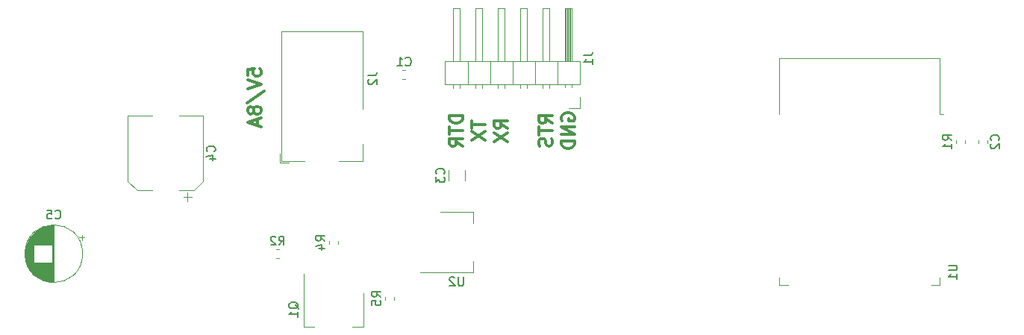
<source format=gbr>
G04 #@! TF.GenerationSoftware,KiCad,Pcbnew,5.1.6-1*
G04 #@! TF.CreationDate,2020-06-08T20:05:56+02:00*
G04 #@! TF.ProjectId,pentasquare,70656e74-6173-4717-9561-72652e6b6963,rev?*
G04 #@! TF.SameCoordinates,Original*
G04 #@! TF.FileFunction,Legend,Bot*
G04 #@! TF.FilePolarity,Positive*
%FSLAX46Y46*%
G04 Gerber Fmt 4.6, Leading zero omitted, Abs format (unit mm)*
G04 Created by KiCad (PCBNEW 5.1.6-1) date 2020-06-08 20:05:56*
%MOMM*%
%LPD*%
G01*
G04 APERTURE LIST*
%ADD10C,0.300000*%
%ADD11C,0.120000*%
%ADD12C,0.150000*%
G04 APERTURE END LIST*
D10*
X44898571Y-16621428D02*
X44898571Y-15907142D01*
X45612857Y-15835714D01*
X45541428Y-15907142D01*
X45470000Y-16050000D01*
X45470000Y-16407142D01*
X45541428Y-16550000D01*
X45612857Y-16621428D01*
X45755714Y-16692857D01*
X46112857Y-16692857D01*
X46255714Y-16621428D01*
X46327142Y-16550000D01*
X46398571Y-16407142D01*
X46398571Y-16050000D01*
X46327142Y-15907142D01*
X46255714Y-15835714D01*
X44898571Y-17121428D02*
X46398571Y-17621428D01*
X44898571Y-18121428D01*
X44827142Y-19692857D02*
X46755714Y-18407142D01*
X45541428Y-20407142D02*
X45470000Y-20264285D01*
X45398571Y-20192857D01*
X45255714Y-20121428D01*
X45184285Y-20121428D01*
X45041428Y-20192857D01*
X44970000Y-20264285D01*
X44898571Y-20407142D01*
X44898571Y-20692857D01*
X44970000Y-20835714D01*
X45041428Y-20907142D01*
X45184285Y-20978571D01*
X45255714Y-20978571D01*
X45398571Y-20907142D01*
X45470000Y-20835714D01*
X45541428Y-20692857D01*
X45541428Y-20407142D01*
X45612857Y-20264285D01*
X45684285Y-20192857D01*
X45827142Y-20121428D01*
X46112857Y-20121428D01*
X46255714Y-20192857D01*
X46327142Y-20264285D01*
X46398571Y-20407142D01*
X46398571Y-20692857D01*
X46327142Y-20835714D01*
X46255714Y-20907142D01*
X46112857Y-20978571D01*
X45827142Y-20978571D01*
X45684285Y-20907142D01*
X45612857Y-20835714D01*
X45541428Y-20692857D01*
X45970000Y-21550000D02*
X45970000Y-22264285D01*
X46398571Y-21407142D02*
X44898571Y-21907142D01*
X46398571Y-22407142D01*
X80530000Y-21717142D02*
X80458571Y-21574285D01*
X80458571Y-21360000D01*
X80530000Y-21145714D01*
X80672857Y-21002857D01*
X80815714Y-20931428D01*
X81101428Y-20860000D01*
X81315714Y-20860000D01*
X81601428Y-20931428D01*
X81744285Y-21002857D01*
X81887142Y-21145714D01*
X81958571Y-21360000D01*
X81958571Y-21502857D01*
X81887142Y-21717142D01*
X81815714Y-21788571D01*
X81315714Y-21788571D01*
X81315714Y-21502857D01*
X81958571Y-22431428D02*
X80458571Y-22431428D01*
X81958571Y-23288571D01*
X80458571Y-23288571D01*
X81958571Y-24002857D02*
X80458571Y-24002857D01*
X80458571Y-24360000D01*
X80530000Y-24574285D01*
X80672857Y-24717142D01*
X80815714Y-24788571D01*
X81101428Y-24860000D01*
X81315714Y-24860000D01*
X81601428Y-24788571D01*
X81744285Y-24717142D01*
X81887142Y-24574285D01*
X81958571Y-24360000D01*
X81958571Y-24002857D01*
X79418571Y-22038571D02*
X78704285Y-21538571D01*
X79418571Y-21181428D02*
X77918571Y-21181428D01*
X77918571Y-21752857D01*
X77990000Y-21895714D01*
X78061428Y-21967142D01*
X78204285Y-22038571D01*
X78418571Y-22038571D01*
X78561428Y-21967142D01*
X78632857Y-21895714D01*
X78704285Y-21752857D01*
X78704285Y-21181428D01*
X77918571Y-22467142D02*
X77918571Y-23324285D01*
X79418571Y-22895714D02*
X77918571Y-22895714D01*
X79347142Y-23752857D02*
X79418571Y-23967142D01*
X79418571Y-24324285D01*
X79347142Y-24467142D01*
X79275714Y-24538571D01*
X79132857Y-24610000D01*
X78990000Y-24610000D01*
X78847142Y-24538571D01*
X78775714Y-24467142D01*
X78704285Y-24324285D01*
X78632857Y-24038571D01*
X78561428Y-23895714D01*
X78490000Y-23824285D01*
X78347142Y-23752857D01*
X78204285Y-23752857D01*
X78061428Y-23824285D01*
X77990000Y-23895714D01*
X77918571Y-24038571D01*
X77918571Y-24395714D01*
X77990000Y-24610000D01*
X74338571Y-22610000D02*
X73624285Y-22110000D01*
X74338571Y-21752857D02*
X72838571Y-21752857D01*
X72838571Y-22324285D01*
X72910000Y-22467142D01*
X72981428Y-22538571D01*
X73124285Y-22610000D01*
X73338571Y-22610000D01*
X73481428Y-22538571D01*
X73552857Y-22467142D01*
X73624285Y-22324285D01*
X73624285Y-21752857D01*
X72838571Y-23110000D02*
X74338571Y-24110000D01*
X72838571Y-24110000D02*
X74338571Y-23110000D01*
X70298571Y-21717142D02*
X70298571Y-22574285D01*
X71798571Y-22145714D02*
X70298571Y-22145714D01*
X70298571Y-22931428D02*
X71798571Y-23931428D01*
X70298571Y-23931428D02*
X71798571Y-22931428D01*
X69258571Y-21145714D02*
X67758571Y-21145714D01*
X67758571Y-21502857D01*
X67830000Y-21717142D01*
X67972857Y-21860000D01*
X68115714Y-21931428D01*
X68401428Y-22002857D01*
X68615714Y-22002857D01*
X68901428Y-21931428D01*
X69044285Y-21860000D01*
X69187142Y-21717142D01*
X69258571Y-21502857D01*
X69258571Y-21145714D01*
X67758571Y-22431428D02*
X67758571Y-23288571D01*
X69258571Y-22860000D02*
X67758571Y-22860000D01*
X69258571Y-24645714D02*
X68544285Y-24145714D01*
X69258571Y-23788571D02*
X67758571Y-23788571D01*
X67758571Y-24360000D01*
X67830000Y-24502857D01*
X67901428Y-24574285D01*
X68044285Y-24645714D01*
X68258571Y-24645714D01*
X68401428Y-24574285D01*
X68472857Y-24502857D01*
X68544285Y-24360000D01*
X68544285Y-23788571D01*
D11*
X64480000Y-38940000D02*
X70490000Y-38940000D01*
X66730000Y-32120000D02*
X70490000Y-32120000D01*
X70490000Y-38940000D02*
X70490000Y-37680000D01*
X70490000Y-32120000D02*
X70490000Y-33380000D01*
X61470000Y-41738733D02*
X61470000Y-42081267D01*
X60450000Y-41738733D02*
X60450000Y-42081267D01*
X54100000Y-35388733D02*
X54100000Y-35731267D01*
X55120000Y-35388733D02*
X55120000Y-35731267D01*
X58020000Y-45090000D02*
X56760000Y-45090000D01*
X51200000Y-45090000D02*
X52460000Y-45090000D01*
X58020000Y-41330000D02*
X58020000Y-45090000D01*
X51200000Y-39080000D02*
X51200000Y-45090000D01*
X48431267Y-36320000D02*
X48088733Y-36320000D01*
X48431267Y-37340000D02*
X48088733Y-37340000D01*
X49590000Y-26500000D02*
X48540000Y-26500000D01*
X48540000Y-25450000D02*
X48540000Y-26500000D01*
X57940000Y-20400000D02*
X57940000Y-11600000D01*
X57940000Y-11600000D02*
X48740000Y-11600000D01*
X55240000Y-26300000D02*
X57940000Y-26300000D01*
X57940000Y-26300000D02*
X57940000Y-24400000D01*
X48740000Y-11600000D02*
X48740000Y-26300000D01*
X48740000Y-26300000D02*
X51340000Y-26300000D01*
X31300000Y-21140000D02*
X34050000Y-21140000D01*
X39820000Y-21140000D02*
X37070000Y-21140000D01*
X39820000Y-28595563D02*
X39820000Y-21140000D01*
X31300000Y-28595563D02*
X31300000Y-21140000D01*
X32364437Y-29660000D02*
X34050000Y-29660000D01*
X38755563Y-29660000D02*
X37070000Y-29660000D01*
X38755563Y-29660000D02*
X39820000Y-28595563D01*
X32364437Y-29660000D02*
X31300000Y-28595563D01*
X38070000Y-30900000D02*
X38070000Y-29900000D01*
X38570000Y-30400000D02*
X37570000Y-30400000D01*
X127760000Y-24301267D02*
X127760000Y-23958733D01*
X128780000Y-24301267D02*
X128780000Y-23958733D01*
X62796267Y-16000000D02*
X62453733Y-16000000D01*
X62796267Y-17020000D02*
X62453733Y-17020000D01*
X67670000Y-27337936D02*
X67670000Y-28542064D01*
X69490000Y-27337936D02*
X69490000Y-28542064D01*
X26150000Y-36830000D02*
G75*
G03*
X26150000Y-36830000I-3270000J0D01*
G01*
X22880000Y-33600000D02*
X22880000Y-40060000D01*
X22840000Y-33600000D02*
X22840000Y-40060000D01*
X22800000Y-33600000D02*
X22800000Y-40060000D01*
X22760000Y-33602000D02*
X22760000Y-40058000D01*
X22720000Y-33603000D02*
X22720000Y-40057000D01*
X22680000Y-33606000D02*
X22680000Y-40054000D01*
X22640000Y-33608000D02*
X22640000Y-35790000D01*
X22640000Y-37870000D02*
X22640000Y-40052000D01*
X22600000Y-33612000D02*
X22600000Y-35790000D01*
X22600000Y-37870000D02*
X22600000Y-40048000D01*
X22560000Y-33615000D02*
X22560000Y-35790000D01*
X22560000Y-37870000D02*
X22560000Y-40045000D01*
X22520000Y-33619000D02*
X22520000Y-35790000D01*
X22520000Y-37870000D02*
X22520000Y-40041000D01*
X22480000Y-33624000D02*
X22480000Y-35790000D01*
X22480000Y-37870000D02*
X22480000Y-40036000D01*
X22440000Y-33629000D02*
X22440000Y-35790000D01*
X22440000Y-37870000D02*
X22440000Y-40031000D01*
X22400000Y-33635000D02*
X22400000Y-35790000D01*
X22400000Y-37870000D02*
X22400000Y-40025000D01*
X22360000Y-33641000D02*
X22360000Y-35790000D01*
X22360000Y-37870000D02*
X22360000Y-40019000D01*
X22320000Y-33648000D02*
X22320000Y-35790000D01*
X22320000Y-37870000D02*
X22320000Y-40012000D01*
X22280000Y-33655000D02*
X22280000Y-35790000D01*
X22280000Y-37870000D02*
X22280000Y-40005000D01*
X22240000Y-33663000D02*
X22240000Y-35790000D01*
X22240000Y-37870000D02*
X22240000Y-39997000D01*
X22200000Y-33671000D02*
X22200000Y-35790000D01*
X22200000Y-37870000D02*
X22200000Y-39989000D01*
X22159000Y-33680000D02*
X22159000Y-35790000D01*
X22159000Y-37870000D02*
X22159000Y-39980000D01*
X22119000Y-33689000D02*
X22119000Y-35790000D01*
X22119000Y-37870000D02*
X22119000Y-39971000D01*
X22079000Y-33699000D02*
X22079000Y-35790000D01*
X22079000Y-37870000D02*
X22079000Y-39961000D01*
X22039000Y-33709000D02*
X22039000Y-35790000D01*
X22039000Y-37870000D02*
X22039000Y-39951000D01*
X21999000Y-33720000D02*
X21999000Y-35790000D01*
X21999000Y-37870000D02*
X21999000Y-39940000D01*
X21959000Y-33732000D02*
X21959000Y-35790000D01*
X21959000Y-37870000D02*
X21959000Y-39928000D01*
X21919000Y-33744000D02*
X21919000Y-35790000D01*
X21919000Y-37870000D02*
X21919000Y-39916000D01*
X21879000Y-33756000D02*
X21879000Y-35790000D01*
X21879000Y-37870000D02*
X21879000Y-39904000D01*
X21839000Y-33769000D02*
X21839000Y-35790000D01*
X21839000Y-37870000D02*
X21839000Y-39891000D01*
X21799000Y-33783000D02*
X21799000Y-35790000D01*
X21799000Y-37870000D02*
X21799000Y-39877000D01*
X21759000Y-33797000D02*
X21759000Y-35790000D01*
X21759000Y-37870000D02*
X21759000Y-39863000D01*
X21719000Y-33812000D02*
X21719000Y-35790000D01*
X21719000Y-37870000D02*
X21719000Y-39848000D01*
X21679000Y-33828000D02*
X21679000Y-35790000D01*
X21679000Y-37870000D02*
X21679000Y-39832000D01*
X21639000Y-33844000D02*
X21639000Y-35790000D01*
X21639000Y-37870000D02*
X21639000Y-39816000D01*
X21599000Y-33860000D02*
X21599000Y-35790000D01*
X21599000Y-37870000D02*
X21599000Y-39800000D01*
X21559000Y-33878000D02*
X21559000Y-35790000D01*
X21559000Y-37870000D02*
X21559000Y-39782000D01*
X21519000Y-33896000D02*
X21519000Y-35790000D01*
X21519000Y-37870000D02*
X21519000Y-39764000D01*
X21479000Y-33914000D02*
X21479000Y-35790000D01*
X21479000Y-37870000D02*
X21479000Y-39746000D01*
X21439000Y-33934000D02*
X21439000Y-35790000D01*
X21439000Y-37870000D02*
X21439000Y-39726000D01*
X21399000Y-33954000D02*
X21399000Y-35790000D01*
X21399000Y-37870000D02*
X21399000Y-39706000D01*
X21359000Y-33974000D02*
X21359000Y-35790000D01*
X21359000Y-37870000D02*
X21359000Y-39686000D01*
X21319000Y-33996000D02*
X21319000Y-35790000D01*
X21319000Y-37870000D02*
X21319000Y-39664000D01*
X21279000Y-34018000D02*
X21279000Y-35790000D01*
X21279000Y-37870000D02*
X21279000Y-39642000D01*
X21239000Y-34040000D02*
X21239000Y-35790000D01*
X21239000Y-37870000D02*
X21239000Y-39620000D01*
X21199000Y-34064000D02*
X21199000Y-35790000D01*
X21199000Y-37870000D02*
X21199000Y-39596000D01*
X21159000Y-34088000D02*
X21159000Y-35790000D01*
X21159000Y-37870000D02*
X21159000Y-39572000D01*
X21119000Y-34114000D02*
X21119000Y-35790000D01*
X21119000Y-37870000D02*
X21119000Y-39546000D01*
X21079000Y-34140000D02*
X21079000Y-35790000D01*
X21079000Y-37870000D02*
X21079000Y-39520000D01*
X21039000Y-34166000D02*
X21039000Y-35790000D01*
X21039000Y-37870000D02*
X21039000Y-39494000D01*
X20999000Y-34194000D02*
X20999000Y-35790000D01*
X20999000Y-37870000D02*
X20999000Y-39466000D01*
X20959000Y-34223000D02*
X20959000Y-35790000D01*
X20959000Y-37870000D02*
X20959000Y-39437000D01*
X20919000Y-34252000D02*
X20919000Y-35790000D01*
X20919000Y-37870000D02*
X20919000Y-39408000D01*
X20879000Y-34282000D02*
X20879000Y-35790000D01*
X20879000Y-37870000D02*
X20879000Y-39378000D01*
X20839000Y-34314000D02*
X20839000Y-35790000D01*
X20839000Y-37870000D02*
X20839000Y-39346000D01*
X20799000Y-34346000D02*
X20799000Y-35790000D01*
X20799000Y-37870000D02*
X20799000Y-39314000D01*
X20759000Y-34380000D02*
X20759000Y-35790000D01*
X20759000Y-37870000D02*
X20759000Y-39280000D01*
X20719000Y-34414000D02*
X20719000Y-35790000D01*
X20719000Y-37870000D02*
X20719000Y-39246000D01*
X20679000Y-34450000D02*
X20679000Y-35790000D01*
X20679000Y-37870000D02*
X20679000Y-39210000D01*
X20639000Y-34487000D02*
X20639000Y-35790000D01*
X20639000Y-37870000D02*
X20639000Y-39173000D01*
X20599000Y-34525000D02*
X20599000Y-35790000D01*
X20599000Y-37870000D02*
X20599000Y-39135000D01*
X20559000Y-34565000D02*
X20559000Y-39095000D01*
X20519000Y-34606000D02*
X20519000Y-39054000D01*
X20479000Y-34648000D02*
X20479000Y-39012000D01*
X20439000Y-34693000D02*
X20439000Y-38967000D01*
X20399000Y-34738000D02*
X20399000Y-38922000D01*
X20359000Y-34786000D02*
X20359000Y-38874000D01*
X20319000Y-34835000D02*
X20319000Y-38825000D01*
X20279000Y-34886000D02*
X20279000Y-38774000D01*
X20239000Y-34940000D02*
X20239000Y-38720000D01*
X20199000Y-34996000D02*
X20199000Y-38664000D01*
X20159000Y-35054000D02*
X20159000Y-38606000D01*
X20119000Y-35116000D02*
X20119000Y-38544000D01*
X20079000Y-35180000D02*
X20079000Y-38480000D01*
X20039000Y-35249000D02*
X20039000Y-38411000D01*
X19999000Y-35321000D02*
X19999000Y-38339000D01*
X19959000Y-35398000D02*
X19959000Y-38262000D01*
X19919000Y-35480000D02*
X19919000Y-38180000D01*
X19879000Y-35568000D02*
X19879000Y-38092000D01*
X19839000Y-35665000D02*
X19839000Y-37995000D01*
X19799000Y-35771000D02*
X19799000Y-37889000D01*
X19759000Y-35890000D02*
X19759000Y-37770000D01*
X19719000Y-36028000D02*
X19719000Y-37632000D01*
X19679000Y-36197000D02*
X19679000Y-37463000D01*
X19639000Y-36428000D02*
X19639000Y-37232000D01*
X26380241Y-34991000D02*
X25750241Y-34991000D01*
X26065241Y-34676000D02*
X26065241Y-35306000D01*
X82610000Y-17610000D02*
X67250000Y-17610000D01*
X67250000Y-17610000D02*
X67250000Y-14950000D01*
X67250000Y-14950000D02*
X82610000Y-14950000D01*
X82610000Y-14950000D02*
X82610000Y-17610000D01*
X81660000Y-14950000D02*
X81660000Y-8950000D01*
X81660000Y-8950000D02*
X80900000Y-8950000D01*
X80900000Y-8950000D02*
X80900000Y-14950000D01*
X81600000Y-14950000D02*
X81600000Y-8950000D01*
X81480000Y-14950000D02*
X81480000Y-8950000D01*
X81360000Y-14950000D02*
X81360000Y-8950000D01*
X81240000Y-14950000D02*
X81240000Y-8950000D01*
X81120000Y-14950000D02*
X81120000Y-8950000D01*
X81000000Y-14950000D02*
X81000000Y-8950000D01*
X81660000Y-17940000D02*
X81660000Y-17610000D01*
X80900000Y-17940000D02*
X80900000Y-17610000D01*
X80010000Y-17610000D02*
X80010000Y-14950000D01*
X79120000Y-14950000D02*
X79120000Y-8950000D01*
X79120000Y-8950000D02*
X78360000Y-8950000D01*
X78360000Y-8950000D02*
X78360000Y-14950000D01*
X79120000Y-18007071D02*
X79120000Y-17610000D01*
X78360000Y-18007071D02*
X78360000Y-17610000D01*
X77470000Y-17610000D02*
X77470000Y-14950000D01*
X76580000Y-14950000D02*
X76580000Y-8950000D01*
X76580000Y-8950000D02*
X75820000Y-8950000D01*
X75820000Y-8950000D02*
X75820000Y-14950000D01*
X76580000Y-18007071D02*
X76580000Y-17610000D01*
X75820000Y-18007071D02*
X75820000Y-17610000D01*
X74930000Y-17610000D02*
X74930000Y-14950000D01*
X74040000Y-14950000D02*
X74040000Y-8950000D01*
X74040000Y-8950000D02*
X73280000Y-8950000D01*
X73280000Y-8950000D02*
X73280000Y-14950000D01*
X74040000Y-18007071D02*
X74040000Y-17610000D01*
X73280000Y-18007071D02*
X73280000Y-17610000D01*
X72390000Y-17610000D02*
X72390000Y-14950000D01*
X71500000Y-14950000D02*
X71500000Y-8950000D01*
X71500000Y-8950000D02*
X70740000Y-8950000D01*
X70740000Y-8950000D02*
X70740000Y-14950000D01*
X71500000Y-18007071D02*
X71500000Y-17610000D01*
X70740000Y-18007071D02*
X70740000Y-17610000D01*
X69850000Y-17610000D02*
X69850000Y-14950000D01*
X68960000Y-14950000D02*
X68960000Y-8950000D01*
X68960000Y-8950000D02*
X68200000Y-8950000D01*
X68200000Y-8950000D02*
X68200000Y-14950000D01*
X68960000Y-18007071D02*
X68960000Y-17610000D01*
X68200000Y-18007071D02*
X68200000Y-17610000D01*
X81280000Y-20320000D02*
X82550000Y-20320000D01*
X82550000Y-20320000D02*
X82550000Y-19050000D01*
X123420000Y-39580000D02*
X123420000Y-40360000D01*
X123420000Y-40360000D02*
X122420000Y-40360000D01*
X105180000Y-39580000D02*
X105180000Y-40360000D01*
X105180000Y-40360000D02*
X106180000Y-40360000D01*
X123420000Y-14615000D02*
X105180000Y-14615000D01*
X105180000Y-14615000D02*
X105180000Y-21035000D01*
X123420000Y-14615000D02*
X123420000Y-21035000D01*
X123420000Y-21035000D02*
X123800000Y-21035000D01*
X125220000Y-23958733D02*
X125220000Y-24301267D01*
X126240000Y-23958733D02*
X126240000Y-24301267D01*
D12*
X69341904Y-39482380D02*
X69341904Y-40291904D01*
X69294285Y-40387142D01*
X69246666Y-40434761D01*
X69151428Y-40482380D01*
X68960952Y-40482380D01*
X68865714Y-40434761D01*
X68818095Y-40387142D01*
X68770476Y-40291904D01*
X68770476Y-39482380D01*
X68341904Y-39577619D02*
X68294285Y-39530000D01*
X68199047Y-39482380D01*
X67960952Y-39482380D01*
X67865714Y-39530000D01*
X67818095Y-39577619D01*
X67770476Y-39672857D01*
X67770476Y-39768095D01*
X67818095Y-39910952D01*
X68389523Y-40482380D01*
X67770476Y-40482380D01*
X59982380Y-41743333D02*
X59506190Y-41410000D01*
X59982380Y-41171904D02*
X58982380Y-41171904D01*
X58982380Y-41552857D01*
X59030000Y-41648095D01*
X59077619Y-41695714D01*
X59172857Y-41743333D01*
X59315714Y-41743333D01*
X59410952Y-41695714D01*
X59458571Y-41648095D01*
X59506190Y-41552857D01*
X59506190Y-41171904D01*
X58982380Y-42648095D02*
X58982380Y-42171904D01*
X59458571Y-42124285D01*
X59410952Y-42171904D01*
X59363333Y-42267142D01*
X59363333Y-42505238D01*
X59410952Y-42600476D01*
X59458571Y-42648095D01*
X59553809Y-42695714D01*
X59791904Y-42695714D01*
X59887142Y-42648095D01*
X59934761Y-42600476D01*
X59982380Y-42505238D01*
X59982380Y-42267142D01*
X59934761Y-42171904D01*
X59887142Y-42124285D01*
X53632380Y-35393333D02*
X53156190Y-35060000D01*
X53632380Y-34821904D02*
X52632380Y-34821904D01*
X52632380Y-35202857D01*
X52680000Y-35298095D01*
X52727619Y-35345714D01*
X52822857Y-35393333D01*
X52965714Y-35393333D01*
X53060952Y-35345714D01*
X53108571Y-35298095D01*
X53156190Y-35202857D01*
X53156190Y-34821904D01*
X52965714Y-36250476D02*
X53632380Y-36250476D01*
X52584761Y-36012380D02*
X53299047Y-35774285D01*
X53299047Y-36393333D01*
X50657619Y-43084761D02*
X50610000Y-42989523D01*
X50514761Y-42894285D01*
X50371904Y-42751428D01*
X50324285Y-42656190D01*
X50324285Y-42560952D01*
X50562380Y-42608571D02*
X50514761Y-42513333D01*
X50419523Y-42418095D01*
X50229047Y-42370476D01*
X49895714Y-42370476D01*
X49705238Y-42418095D01*
X49610000Y-42513333D01*
X49562380Y-42608571D01*
X49562380Y-42799047D01*
X49610000Y-42894285D01*
X49705238Y-42989523D01*
X49895714Y-43037142D01*
X50229047Y-43037142D01*
X50419523Y-42989523D01*
X50514761Y-42894285D01*
X50562380Y-42799047D01*
X50562380Y-42608571D01*
X50562380Y-43989523D02*
X50562380Y-43418095D01*
X50562380Y-43703809D02*
X49562380Y-43703809D01*
X49705238Y-43608571D01*
X49800476Y-43513333D01*
X49848095Y-43418095D01*
X48426666Y-35852380D02*
X48760000Y-35376190D01*
X48998095Y-35852380D02*
X48998095Y-34852380D01*
X48617142Y-34852380D01*
X48521904Y-34900000D01*
X48474285Y-34947619D01*
X48426666Y-35042857D01*
X48426666Y-35185714D01*
X48474285Y-35280952D01*
X48521904Y-35328571D01*
X48617142Y-35376190D01*
X48998095Y-35376190D01*
X48045714Y-34947619D02*
X47998095Y-34900000D01*
X47902857Y-34852380D01*
X47664761Y-34852380D01*
X47569523Y-34900000D01*
X47521904Y-34947619D01*
X47474285Y-35042857D01*
X47474285Y-35138095D01*
X47521904Y-35280952D01*
X48093333Y-35852380D01*
X47474285Y-35852380D01*
X58542380Y-16616666D02*
X59256666Y-16616666D01*
X59399523Y-16569047D01*
X59494761Y-16473809D01*
X59542380Y-16330952D01*
X59542380Y-16235714D01*
X58637619Y-17045238D02*
X58590000Y-17092857D01*
X58542380Y-17188095D01*
X58542380Y-17426190D01*
X58590000Y-17521428D01*
X58637619Y-17569047D01*
X58732857Y-17616666D01*
X58828095Y-17616666D01*
X58970952Y-17569047D01*
X59542380Y-16997619D01*
X59542380Y-17616666D01*
X41117142Y-25233333D02*
X41164761Y-25185714D01*
X41212380Y-25042857D01*
X41212380Y-24947619D01*
X41164761Y-24804761D01*
X41069523Y-24709523D01*
X40974285Y-24661904D01*
X40783809Y-24614285D01*
X40640952Y-24614285D01*
X40450476Y-24661904D01*
X40355238Y-24709523D01*
X40260000Y-24804761D01*
X40212380Y-24947619D01*
X40212380Y-25042857D01*
X40260000Y-25185714D01*
X40307619Y-25233333D01*
X40545714Y-26090476D02*
X41212380Y-26090476D01*
X40164761Y-25852380D02*
X40879047Y-25614285D01*
X40879047Y-26233333D01*
X130057142Y-23963333D02*
X130104761Y-23915714D01*
X130152380Y-23772857D01*
X130152380Y-23677619D01*
X130104761Y-23534761D01*
X130009523Y-23439523D01*
X129914285Y-23391904D01*
X129723809Y-23344285D01*
X129580952Y-23344285D01*
X129390476Y-23391904D01*
X129295238Y-23439523D01*
X129200000Y-23534761D01*
X129152380Y-23677619D01*
X129152380Y-23772857D01*
X129200000Y-23915714D01*
X129247619Y-23963333D01*
X129247619Y-24344285D02*
X129200000Y-24391904D01*
X129152380Y-24487142D01*
X129152380Y-24725238D01*
X129200000Y-24820476D01*
X129247619Y-24868095D01*
X129342857Y-24915714D01*
X129438095Y-24915714D01*
X129580952Y-24868095D01*
X130152380Y-24296666D01*
X130152380Y-24915714D01*
X62791666Y-15437142D02*
X62839285Y-15484761D01*
X62982142Y-15532380D01*
X63077380Y-15532380D01*
X63220238Y-15484761D01*
X63315476Y-15389523D01*
X63363095Y-15294285D01*
X63410714Y-15103809D01*
X63410714Y-14960952D01*
X63363095Y-14770476D01*
X63315476Y-14675238D01*
X63220238Y-14580000D01*
X63077380Y-14532380D01*
X62982142Y-14532380D01*
X62839285Y-14580000D01*
X62791666Y-14627619D01*
X61839285Y-15532380D02*
X62410714Y-15532380D01*
X62125000Y-15532380D02*
X62125000Y-14532380D01*
X62220238Y-14675238D01*
X62315476Y-14770476D01*
X62410714Y-14818095D01*
X67117142Y-27773333D02*
X67164761Y-27725714D01*
X67212380Y-27582857D01*
X67212380Y-27487619D01*
X67164761Y-27344761D01*
X67069523Y-27249523D01*
X66974285Y-27201904D01*
X66783809Y-27154285D01*
X66640952Y-27154285D01*
X66450476Y-27201904D01*
X66355238Y-27249523D01*
X66260000Y-27344761D01*
X66212380Y-27487619D01*
X66212380Y-27582857D01*
X66260000Y-27725714D01*
X66307619Y-27773333D01*
X66212380Y-28106666D02*
X66212380Y-28725714D01*
X66593333Y-28392380D01*
X66593333Y-28535238D01*
X66640952Y-28630476D01*
X66688571Y-28678095D01*
X66783809Y-28725714D01*
X67021904Y-28725714D01*
X67117142Y-28678095D01*
X67164761Y-28630476D01*
X67212380Y-28535238D01*
X67212380Y-28249523D01*
X67164761Y-28154285D01*
X67117142Y-28106666D01*
X23046666Y-32787142D02*
X23094285Y-32834761D01*
X23237142Y-32882380D01*
X23332380Y-32882380D01*
X23475238Y-32834761D01*
X23570476Y-32739523D01*
X23618095Y-32644285D01*
X23665714Y-32453809D01*
X23665714Y-32310952D01*
X23618095Y-32120476D01*
X23570476Y-32025238D01*
X23475238Y-31930000D01*
X23332380Y-31882380D01*
X23237142Y-31882380D01*
X23094285Y-31930000D01*
X23046666Y-31977619D01*
X22141904Y-31882380D02*
X22618095Y-31882380D01*
X22665714Y-32358571D01*
X22618095Y-32310952D01*
X22522857Y-32263333D01*
X22284761Y-32263333D01*
X22189523Y-32310952D01*
X22141904Y-32358571D01*
X22094285Y-32453809D01*
X22094285Y-32691904D01*
X22141904Y-32787142D01*
X22189523Y-32834761D01*
X22284761Y-32882380D01*
X22522857Y-32882380D01*
X22618095Y-32834761D01*
X22665714Y-32787142D01*
X83002380Y-14331666D02*
X83716666Y-14331666D01*
X83859523Y-14284047D01*
X83954761Y-14188809D01*
X84002380Y-14045952D01*
X84002380Y-13950714D01*
X84002380Y-15331666D02*
X84002380Y-14760238D01*
X84002380Y-15045952D02*
X83002380Y-15045952D01*
X83145238Y-14950714D01*
X83240476Y-14855476D01*
X83288095Y-14760238D01*
X124362380Y-38148095D02*
X125171904Y-38148095D01*
X125267142Y-38195714D01*
X125314761Y-38243333D01*
X125362380Y-38338571D01*
X125362380Y-38529047D01*
X125314761Y-38624285D01*
X125267142Y-38671904D01*
X125171904Y-38719523D01*
X124362380Y-38719523D01*
X125362380Y-39719523D02*
X125362380Y-39148095D01*
X125362380Y-39433809D02*
X124362380Y-39433809D01*
X124505238Y-39338571D01*
X124600476Y-39243333D01*
X124648095Y-39148095D01*
X124752380Y-23963333D02*
X124276190Y-23630000D01*
X124752380Y-23391904D02*
X123752380Y-23391904D01*
X123752380Y-23772857D01*
X123800000Y-23868095D01*
X123847619Y-23915714D01*
X123942857Y-23963333D01*
X124085714Y-23963333D01*
X124180952Y-23915714D01*
X124228571Y-23868095D01*
X124276190Y-23772857D01*
X124276190Y-23391904D01*
X124752380Y-24915714D02*
X124752380Y-24344285D01*
X124752380Y-24630000D02*
X123752380Y-24630000D01*
X123895238Y-24534761D01*
X123990476Y-24439523D01*
X124038095Y-24344285D01*
M02*

</source>
